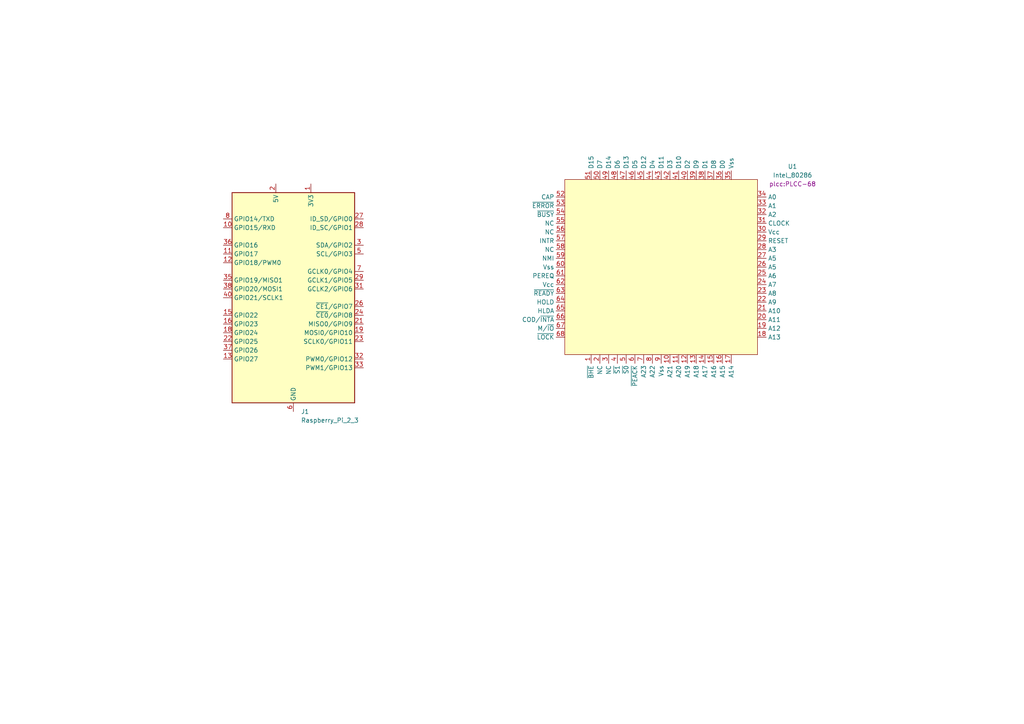
<source format=kicad_sch>
(kicad_sch (version 20231120) (generator "eeschema") (generator_version "8.0")
  (paper "A4")
  (lib_symbols
    (symbol "80286:Intel_80286"
      (property "Reference" "U" (at -1.27 -3.81 0))
      (property "Value" "Intel_80286" (at -1.27 0 0))
      (property "Footprint" "plcc:PLCC-68" (at -1.27 -5.08 0))
      (symbol "Intel_80286_0_1"
        (rectangle (start -29.21 25.4) (end 26.67 -25.4) (fill (type background)))
      )
      (symbol "Intel_80286_1_1"
        (pin output line (at -21.59 -25.4 270) (length 2.54) (name "~{BHE}") (number "1"))
        (pin output line (at 1.27 -25.4 270) (length 2.54) (name "A21") (number "10"))
        (pin output line (at 3.81 -25.4 270) (length 2.54) (name "A20") (number "11"))
        (pin output line (at 6.35 -25.4 270) (length 2.54) (name "A19") (number "12"))
        (pin output line (at 8.89 -25.4 270) (length 2.54) (name "A18") (number "13"))
        (pin output line (at 11.43 -25.4 270) (length 2.54) (name "A17") (number "14"))
        (pin output line (at 13.97 -25.4 270) (length 2.54) (name "A16") (number "15"))
        (pin output line (at 16.51 -25.4 270) (length 2.54) (name "A15") (number "16"))
        (pin output line (at 19.05 -25.4 270) (length 2.54) (name "A14") (number "17"))
        (pin output line (at 26.67 -20.32 0) (length 2.54) (name "A13") (number "18"))
        (pin output line (at 26.67 -17.78 0) (length 2.54) (name "A12") (number "19"))
        (pin input line (at -19.05 -25.4 270) (length 2.54) (name "NC") (number "2"))
        (pin output line (at 26.67 -15.24 0) (length 2.54) (name "A11") (number "20"))
        (pin output line (at 26.67 -12.7 0) (length 2.54) (name "A10") (number "21"))
        (pin output line (at 26.67 -10.16 0) (length 2.54) (name "A9") (number "22"))
        (pin output line (at 26.67 -7.62 0) (length 2.54) (name "A8") (number "23"))
        (pin output line (at 26.67 -5.08 0) (length 2.54) (name "A7") (number "24"))
        (pin output line (at 26.67 -2.54 0) (length 2.54) (name "A6") (number "25"))
        (pin output line (at 26.67 0 0) (length 2.54) (name "A5") (number "26"))
        (pin output line (at 26.67 2.54 0) (length 2.54) (name "A5") (number "27"))
        (pin output line (at 26.67 5.08 0) (length 2.54) (name "A3") (number "28"))
        (pin input line (at 26.67 7.62 0) (length 2.54) (name "RESET") (number "29"))
        (pin input line (at -16.51 -25.4 270) (length 2.54) (name "NC") (number "3"))
        (pin power_in line (at 26.67 10.16 0) (length 2.54) (name "Vcc") (number "30"))
        (pin input line (at 26.67 12.7 0) (length 2.54) (name "CLOCK") (number "31"))
        (pin output line (at 26.67 15.24 0) (length 2.54) (name "A2") (number "32"))
        (pin output line (at 26.67 17.78 0) (length 2.54) (name "A1") (number "33"))
        (pin output line (at 26.67 20.32 0) (length 2.54) (name "A0") (number "34"))
        (pin power_in line (at 19.05 25.4 90) (length 2.54) (name "Vss") (number "35"))
        (pin bidirectional line (at 16.51 25.4 90) (length 2.54) (name "D0") (number "36"))
        (pin bidirectional line (at 13.97 25.4 90) (length 2.54) (name "D8") (number "37"))
        (pin bidirectional line (at 11.43 25.4 90) (length 2.54) (name "D1") (number "38"))
        (pin bidirectional line (at 8.89 25.4 90) (length 2.54) (name "D9") (number "39"))
        (pin output line (at -13.97 -25.4 270) (length 2.54) (name "~{S1}") (number "4"))
        (pin bidirectional line (at 6.35 25.4 90) (length 2.54) (name "D2") (number "40"))
        (pin bidirectional line (at 3.81 25.4 90) (length 2.54) (name "D10") (number "41"))
        (pin bidirectional line (at 1.27 25.4 90) (length 2.54) (name "D3") (number "42"))
        (pin bidirectional line (at -1.27 25.4 90) (length 2.54) (name "D11") (number "43"))
        (pin bidirectional line (at -3.81 25.4 90) (length 2.54) (name "D4") (number "44"))
        (pin bidirectional line (at -6.35 25.4 90) (length 2.54) (name "D12") (number "45"))
        (pin bidirectional line (at -8.89 25.4 90) (length 2.54) (name "D5") (number "46"))
        (pin bidirectional line (at -11.43 25.4 90) (length 2.54) (name "D13") (number "47"))
        (pin bidirectional line (at -13.97 25.4 90) (length 2.54) (name "D6") (number "48"))
        (pin bidirectional line (at -16.51 25.4 90) (length 2.54) (name "D14") (number "49"))
        (pin output line (at -11.43 -25.4 270) (length 2.54) (name "~{S0}") (number "5"))
        (pin bidirectional line (at -19.05 25.4 90) (length 2.54) (name "D7") (number "50"))
        (pin bidirectional line (at -21.59 25.4 90) (length 2.54) (name "D15") (number "51"))
        (pin input line (at -29.21 20.32 180) (length 2.54) (name "CAP") (number "52"))
        (pin input line (at -29.21 17.78 180) (length 2.54) (name "~{ERROR}") (number "53"))
        (pin input line (at -29.21 15.24 180) (length 2.54) (name "~{BUSY}") (number "54"))
        (pin input line (at -29.21 12.7 180) (length 2.54) (name "NC") (number "55"))
        (pin input line (at -29.21 10.16 180) (length 2.54) (name "NC") (number "56"))
        (pin input line (at -29.21 7.62 180) (length 2.54) (name "INTR") (number "57"))
        (pin input line (at -29.21 5.08 180) (length 2.54) (name "NC") (number "58"))
        (pin input line (at -29.21 2.54 180) (length 2.54) (name "NMI") (number "59"))
        (pin output line (at -8.89 -25.4 270) (length 2.54) (name "~{PEACK}") (number "6"))
        (pin power_in line (at -29.21 0 180) (length 2.54) (name "Vss") (number "60"))
        (pin input line (at -29.21 -2.54 180) (length 2.54) (name "PEREQ") (number "61"))
        (pin power_in line (at -29.21 -5.08 180) (length 2.54) (name "Vcc") (number "62"))
        (pin input line (at -29.21 -7.62 180) (length 2.54) (name "~{READY}") (number "63"))
        (pin input line (at -29.21 -10.16 180) (length 2.54) (name "HOLD") (number "64"))
        (pin output line (at -29.21 -12.7 180) (length 2.54) (name "HLDA") (number "65"))
        (pin output line (at -29.21 -15.24 180) (length 2.54) (name "COD/~{INTA}") (number "66"))
        (pin output line (at -29.21 -17.78 180) (length 2.54) (name "M/~{IO}") (number "67"))
        (pin output line (at -29.21 -20.32 180) (length 2.54) (name "~{LOCK}") (number "68"))
        (pin output line (at -6.35 -25.4 270) (length 2.54) (name "A23") (number "7"))
        (pin output line (at -3.81 -25.4 270) (length 2.54) (name "A22") (number "8"))
        (pin power_in line (at -1.27 -25.4 270) (length 2.54) (name "Vss") (number "9"))
      )
    )
    (symbol "Connector:Raspberry_Pi_2_3"
      (property "Reference" "J" (at -17.78 31.75 0))
      (property "Value" "Raspberry_Pi_2_3" (at 10.16 -31.75 0))
      (symbol "Raspberry_Pi_2_3_0_1"
        (rectangle (start -17.78 30.48) (end 17.78 -30.48) (stroke (width 0.254)) (fill (type background)))
      )
      (symbol "Raspberry_Pi_2_3_1_1"
        (pin power_in line (at 5.08 33.02 270) (length 2.54) (name "3V3") (number "1"))
        (pin bidirectional line (at -20.32 20.32 0) (length 2.54) (name "GPIO15/RXD") (number "10"))
        (pin bidirectional line (at -20.32 12.7 0) (length 2.54) (name "GPIO17") (number "11"))
        (pin bidirectional line (at -20.32 10.16 0) (length 2.54) (name "GPIO18/PWM0") (number "12"))
        (pin bidirectional line (at -20.32 -17.78 0) (length 2.54) (name "GPIO27") (number "13"))
        (pin passive line (at 0 -33.02 90) (length 2.54) hide (name "GND") (number "14"))
        (pin bidirectional line (at -20.32 -5.08 0) (length 2.54) (name "GPIO22") (number "15"))
        (pin bidirectional line (at -20.32 -7.62 0) (length 2.54) (name "GPIO23") (number "16"))
        (pin passive line (at 5.08 33.02 270) (length 2.54) hide (name "3V3") (number "17"))
        (pin bidirectional line (at -20.32 -10.16 0) (length 2.54) (name "GPIO24") (number "18"))
        (pin bidirectional line (at 20.32 -10.16 180) (length 2.54) (name "MOSI0/GPIO10") (number "19"))
        (pin power_in line (at -5.08 33.02 270) (length 2.54) (name "5V") (number "2"))
        (pin passive line (at 0 -33.02 90) (length 2.54) hide (name "GND") (number "20"))
        (pin bidirectional line (at 20.32 -7.62 180) (length 2.54) (name "MISO0/GPIO9") (number "21"))
        (pin bidirectional line (at -20.32 -12.7 0) (length 2.54) (name "GPIO25") (number "22"))
        (pin bidirectional line (at 20.32 -12.7 180) (length 2.54) (name "SCLK0/GPIO11") (number "23"))
        (pin bidirectional line (at 20.32 -5.08 180) (length 2.54) (name "~{CE0}/GPIO8") (number "24"))
        (pin passive line (at 0 -33.02 90) (length 2.54) hide (name "GND") (number "25"))
        (pin bidirectional line (at 20.32 -2.54 180) (length 2.54) (name "~{CE1}/GPIO7") (number "26"))
        (pin bidirectional line (at 20.32 22.86 180) (length 2.54) (name "ID_SD/GPIO0") (number "27"))
        (pin bidirectional line (at 20.32 20.32 180) (length 2.54) (name "ID_SC/GPIO1") (number "28"))
        (pin bidirectional line (at 20.32 5.08 180) (length 2.54) (name "GCLK1/GPIO5") (number "29"))
        (pin bidirectional line (at 20.32 15.24 180) (length 2.54) (name "SDA/GPIO2") (number "3"))
        (pin passive line (at 0 -33.02 90) (length 2.54) hide (name "GND") (number "30"))
        (pin bidirectional line (at 20.32 2.54 180) (length 2.54) (name "GCLK2/GPIO6") (number "31"))
        (pin bidirectional line (at 20.32 -17.78 180) (length 2.54) (name "PWM0/GPIO12") (number "32"))
        (pin bidirectional line (at 20.32 -20.32 180) (length 2.54) (name "PWM1/GPIO13") (number "33"))
        (pin passive line (at 0 -33.02 90) (length 2.54) hide (name "GND") (number "34"))
        (pin bidirectional line (at -20.32 5.08 0) (length 2.54) (name "GPIO19/MISO1") (number "35"))
        (pin bidirectional line (at -20.32 15.24 0) (length 2.54) (name "GPIO16") (number "36"))
        (pin bidirectional line (at -20.32 -15.24 0) (length 2.54) (name "GPIO26") (number "37"))
        (pin bidirectional line (at -20.32 2.54 0) (length 2.54) (name "GPIO20/MOSI1") (number "38"))
        (pin passive line (at 0 -33.02 90) (length 2.54) hide (name "GND") (number "39"))
        (pin passive line (at -5.08 33.02 270) (length 2.54) hide (name "5V") (number "4"))
        (pin bidirectional line (at -20.32 0 0) (length 2.54) (name "GPIO21/SCLK1") (number "40"))
        (pin bidirectional line (at 20.32 12.7 180) (length 2.54) (name "SCL/GPIO3") (number "5"))
        (pin power_in line (at 0 -33.02 90) (length 2.54) (name "GND") (number "6"))
        (pin bidirectional line (at 20.32 7.62 180) (length 2.54) (name "GCLK0/GPIO4") (number "7"))
        (pin bidirectional line (at -20.32 22.86 0) (length 2.54) (name "GPIO14/TXD") (number "8"))
        (pin passive line (at 0 -33.02 90) (length 2.54) hide (name "GND") (number "9"))
      )
    )
  )
  (symbol (lib_id "Connector:Raspberry_Pi_2_3") (at 85.09 86.36 0) (unit 1)
    (property "Reference" "J1" (at 87.2841 119.38 0) (effects (justify left)))
    (property "Value" "Raspberry_Pi_2_3" (at 87.2841 121.92 0) (effects (justify left)))
    (property "Datasheet" "https://www.raspberrypi.org/documentation/hardware/raspberrypi/schematics/rpi_SCH_3bplus_1p0_reduced.pdf" (effects (hide yes)))
    (property "Description" "expansion header for Raspberry Pi 2 & 3" (effects (hide yes)))
  )
  (symbol (lib_id "80286:Intel_80286") (at 193.04 77.47 0) (unit 1)
    (property "Reference" "U1" (at 229.87 48.2914 0))
    (property "Value" "Intel_80286" (at 229.87 50.8314 0))
    (property "Footprint" "plcc:PLCC-68" (at 229.87 53.3714 0))
  )
)
</source>
